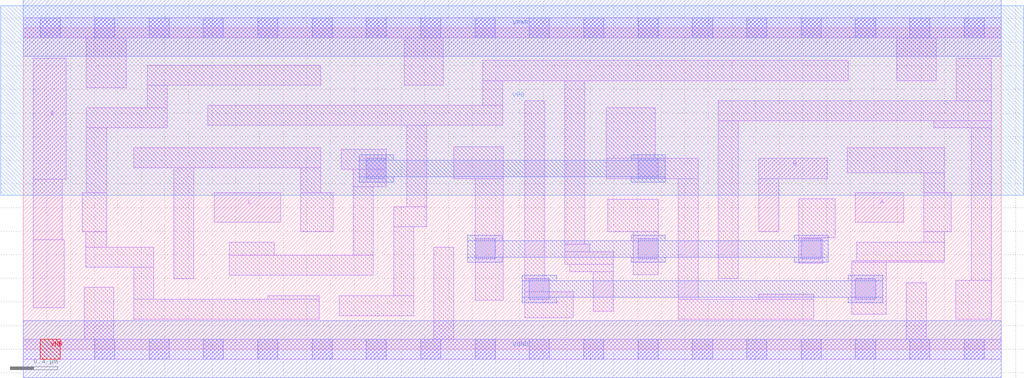
<source format=lef>
# Copyright 2020 The SkyWater PDK Authors
#
# Licensed under the Apache License, Version 2.0 (the "License");
# you may not use this file except in compliance with the License.
# You may obtain a copy of the License at
#
#     https://www.apache.org/licenses/LICENSE-2.0
#
# Unless required by applicable law or agreed to in writing, software
# distributed under the License is distributed on an "AS IS" BASIS,
# WITHOUT WARRANTIES OR CONDITIONS OF ANY KIND, either express or implied.
# See the License for the specific language governing permissions and
# limitations under the License.
#
# SPDX-License-Identifier: Apache-2.0

VERSION 5.7 ;
  NOWIREEXTENSIONATPIN ON ;
  DIVIDERCHAR "/" ;
  BUSBITCHARS "[]" ;
MACRO sky130_fd_sc_hd__xnor3_1
  CLASS CORE ;
  FOREIGN sky130_fd_sc_hd__xnor3_1 ;
  ORIGIN  0.000000  0.000000 ;
  SIZE  8.280000 BY  2.720000 ;
  SYMMETRY X Y R90 ;
  SITE unithd ;
  PIN A
    ANTENNAGATEAREA  0.246000 ;
    DIRECTION INPUT ;
    USE SIGNAL ;
    PORT
      LAYER li1 ;
        RECT 7.045000 1.075000 7.455000 1.325000 ;
    END
  END A
  PIN B
    ANTENNAGATEAREA  0.661500 ;
    DIRECTION INPUT ;
    USE SIGNAL ;
    PORT
      LAYER li1 ;
        RECT 6.225000 0.995000 6.395000 1.445000 ;
        RECT 6.225000 1.445000 6.805000 1.615000 ;
    END
  END B
  PIN C
    ANTENNAGATEAREA  0.381000 ;
    DIRECTION INPUT ;
    USE SIGNAL ;
    PORT
      LAYER li1 ;
        RECT 1.615000 1.075000 2.180000 1.325000 ;
    END
  END C
  PIN X
    ANTENNADIFFAREA  0.449000 ;
    DIRECTION OUTPUT ;
    USE SIGNAL ;
    PORT
      LAYER li1 ;
        RECT 0.085000 0.350000 0.345000 0.925000 ;
        RECT 0.085000 0.925000 0.330000 1.440000 ;
        RECT 0.085000 1.440000 0.365000 2.465000 ;
    END
  END X
  PIN VGND
    DIRECTION INOUT ;
    SHAPE ABUTMENT ;
    USE GROUND ;
    PORT
      LAYER met1 ;
        RECT 0.000000 -0.240000 8.280000 0.240000 ;
    END
  END VGND
  PIN VNB
    DIRECTION INOUT ;
    USE GROUND ;
    PORT
      LAYER pwell ;
        RECT 0.145000 -0.085000 0.315000 0.085000 ;
    END
  END VNB
  PIN VPB
    DIRECTION INOUT ;
    USE POWER ;
    PORT
      LAYER nwell ;
        RECT -0.190000 1.305000 8.470000 2.910000 ;
    END
  END VPB
  PIN VPWR
    DIRECTION INOUT ;
    SHAPE ABUTMENT ;
    USE POWER ;
    PORT
      LAYER met1 ;
        RECT 0.000000 2.480000 8.280000 2.960000 ;
    END
  END VPWR
  OBS
    LAYER li1 ;
      RECT 0.000000 -0.085000 8.280000 0.085000 ;
      RECT 0.000000  2.635000 8.280000 2.805000 ;
      RECT 0.500000  0.995000 0.705000 1.325000 ;
      RECT 0.515000  0.085000 0.765000 0.525000 ;
      RECT 0.530000  0.695000 1.105000 0.865000 ;
      RECT 0.530000  0.865000 0.705000 0.995000 ;
      RECT 0.535000  1.325000 0.705000 1.875000 ;
      RECT 0.535000  1.875000 1.220000 2.045000 ;
      RECT 0.535000  2.215000 0.870000 2.635000 ;
      RECT 0.935000  0.255000 2.505000 0.425000 ;
      RECT 0.935000  0.425000 1.105000 0.695000 ;
      RECT 0.935000  1.535000 2.520000 1.705000 ;
      RECT 1.050000  2.045000 1.220000 2.235000 ;
      RECT 1.050000  2.235000 2.520000 2.405000 ;
      RECT 1.275000  0.595000 1.445000 1.535000 ;
      RECT 1.560000  1.895000 4.060000 2.065000 ;
      RECT 1.745000  0.625000 2.965000 0.795000 ;
      RECT 1.745000  0.795000 2.125000 0.905000 ;
      RECT 2.070000  0.425000 2.505000 0.455000 ;
      RECT 2.350000  0.995000 2.625000 1.325000 ;
      RECT 2.350000  1.325000 2.520000 1.535000 ;
      RECT 2.675000  0.285000 3.305000 0.455000 ;
      RECT 2.690000  1.525000 3.075000 1.695000 ;
      RECT 2.795000  0.795000 2.965000 1.375000 ;
      RECT 2.795000  1.375000 3.075000 1.525000 ;
      RECT 3.135000  0.455000 3.305000 1.035000 ;
      RECT 3.135000  1.035000 3.415000 1.205000 ;
      RECT 3.225000  2.235000 3.555000 2.635000 ;
      RECT 3.245000  1.205000 3.415000 1.895000 ;
      RECT 3.475000  0.085000 3.645000 0.865000 ;
      RECT 3.645000  1.445000 4.065000 1.715000 ;
      RECT 3.825000  0.415000 4.065000 1.445000 ;
      RECT 3.890000  2.065000 4.060000 2.275000 ;
      RECT 3.890000  2.275000 6.985000 2.445000 ;
      RECT 4.245000  0.265000 4.655000 0.485000 ;
      RECT 4.245000  0.485000 4.455000 0.595000 ;
      RECT 4.245000  0.595000 4.415000 2.105000 ;
      RECT 4.585000  0.720000 4.995000 0.825000 ;
      RECT 4.585000  0.825000 4.795000 0.890000 ;
      RECT 4.585000  0.890000 4.755000 2.275000 ;
      RECT 4.625000  0.655000 4.995000 0.720000 ;
      RECT 4.825000  0.320000 4.995000 0.655000 ;
      RECT 4.935000  1.445000 5.715000 1.615000 ;
      RECT 4.935000  1.615000 5.350000 2.045000 ;
      RECT 4.950000  0.995000 5.375000 1.270000 ;
      RECT 5.165000  0.630000 5.375000 0.995000 ;
      RECT 5.545000  0.255000 6.690000 0.425000 ;
      RECT 5.545000  0.425000 5.715000 1.445000 ;
      RECT 5.885000  0.595000 6.055000 1.935000 ;
      RECT 5.885000  1.935000 8.195000 2.105000 ;
      RECT 6.225000  0.425000 6.690000 0.465000 ;
      RECT 6.565000  0.730000 6.770000 0.945000 ;
      RECT 6.565000  0.945000 6.875000 1.275000 ;
      RECT 6.975000  1.495000 7.795000 1.705000 ;
      RECT 7.015000  0.295000 7.305000 0.735000 ;
      RECT 7.015000  0.735000 7.795000 0.750000 ;
      RECT 7.055000  0.750000 7.795000 0.905000 ;
      RECT 7.395000  2.275000 7.730000 2.635000 ;
      RECT 7.475000  0.085000 7.645000 0.565000 ;
      RECT 7.625000  0.905000 7.795000 0.995000 ;
      RECT 7.625000  0.995000 7.855000 1.325000 ;
      RECT 7.625000  1.325000 7.795000 1.495000 ;
      RECT 7.710000  1.875000 8.195000 1.935000 ;
      RECT 7.895000  0.255000 8.195000 0.585000 ;
      RECT 7.900000  2.105000 8.195000 2.465000 ;
      RECT 8.025000  0.585000 8.195000 1.875000 ;
    LAYER mcon ;
      RECT 0.145000 -0.085000 0.315000 0.085000 ;
      RECT 0.145000  2.635000 0.315000 2.805000 ;
      RECT 0.605000 -0.085000 0.775000 0.085000 ;
      RECT 0.605000  2.635000 0.775000 2.805000 ;
      RECT 1.065000 -0.085000 1.235000 0.085000 ;
      RECT 1.065000  2.635000 1.235000 2.805000 ;
      RECT 1.525000 -0.085000 1.695000 0.085000 ;
      RECT 1.525000  2.635000 1.695000 2.805000 ;
      RECT 1.985000 -0.085000 2.155000 0.085000 ;
      RECT 1.985000  2.635000 2.155000 2.805000 ;
      RECT 2.445000 -0.085000 2.615000 0.085000 ;
      RECT 2.445000  2.635000 2.615000 2.805000 ;
      RECT 2.905000 -0.085000 3.075000 0.085000 ;
      RECT 2.905000  1.445000 3.075000 1.615000 ;
      RECT 2.905000  2.635000 3.075000 2.805000 ;
      RECT 3.365000 -0.085000 3.535000 0.085000 ;
      RECT 3.365000  2.635000 3.535000 2.805000 ;
      RECT 3.825000 -0.085000 3.995000 0.085000 ;
      RECT 3.825000  0.765000 3.995000 0.935000 ;
      RECT 3.825000  2.635000 3.995000 2.805000 ;
      RECT 4.285000 -0.085000 4.455000 0.085000 ;
      RECT 4.285000  0.425000 4.455000 0.595000 ;
      RECT 4.285000  2.635000 4.455000 2.805000 ;
      RECT 4.745000 -0.085000 4.915000 0.085000 ;
      RECT 4.745000  2.635000 4.915000 2.805000 ;
      RECT 5.205000 -0.085000 5.375000 0.085000 ;
      RECT 5.205000  0.765000 5.375000 0.935000 ;
      RECT 5.205000  1.445000 5.375000 1.615000 ;
      RECT 5.205000  2.635000 5.375000 2.805000 ;
      RECT 5.665000 -0.085000 5.835000 0.085000 ;
      RECT 5.665000  2.635000 5.835000 2.805000 ;
      RECT 6.125000 -0.085000 6.295000 0.085000 ;
      RECT 6.125000  2.635000 6.295000 2.805000 ;
      RECT 6.585000 -0.085000 6.755000 0.085000 ;
      RECT 6.585000  0.765000 6.755000 0.935000 ;
      RECT 6.585000  2.635000 6.755000 2.805000 ;
      RECT 7.045000 -0.085000 7.215000 0.085000 ;
      RECT 7.045000  0.425000 7.215000 0.595000 ;
      RECT 7.045000  2.635000 7.215000 2.805000 ;
      RECT 7.505000 -0.085000 7.675000 0.085000 ;
      RECT 7.505000  2.635000 7.675000 2.805000 ;
      RECT 7.965000 -0.085000 8.135000 0.085000 ;
      RECT 7.965000  2.635000 8.135000 2.805000 ;
    LAYER met1 ;
      RECT 2.845000 1.415000 3.135000 1.460000 ;
      RECT 2.845000 1.460000 5.435000 1.600000 ;
      RECT 2.845000 1.600000 3.135000 1.645000 ;
      RECT 3.765000 0.735000 4.055000 0.780000 ;
      RECT 3.765000 0.780000 6.815000 0.920000 ;
      RECT 3.765000 0.920000 4.055000 0.965000 ;
      RECT 4.225000 0.395000 4.515000 0.440000 ;
      RECT 4.225000 0.440000 7.275000 0.580000 ;
      RECT 4.225000 0.580000 4.515000 0.625000 ;
      RECT 5.145000 0.735000 5.435000 0.780000 ;
      RECT 5.145000 0.920000 5.435000 0.965000 ;
      RECT 5.145000 1.415000 5.435000 1.460000 ;
      RECT 5.145000 1.600000 5.435000 1.645000 ;
      RECT 6.525000 0.735000 6.815000 0.780000 ;
      RECT 6.525000 0.920000 6.815000 0.965000 ;
      RECT 6.985000 0.395000 7.275000 0.440000 ;
      RECT 6.985000 0.580000 7.275000 0.625000 ;
  END
END sky130_fd_sc_hd__xnor3_1
END LIBRARY

</source>
